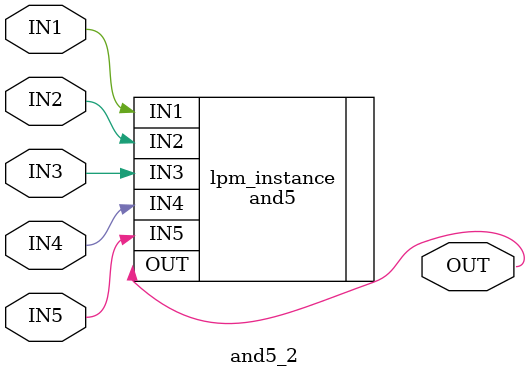
<source format=v>



module and5_2(IN3,IN2,IN1,IN5,IN4,OUT);
input IN3;
input IN2;
input IN1;
input IN5;
input IN4;
output OUT;

and5	lpm_instance(.IN3(IN3),.IN2(IN2),.IN1(IN1),.IN5(IN5),.IN4(IN4),.OUT(OUT));

endmodule

</source>
